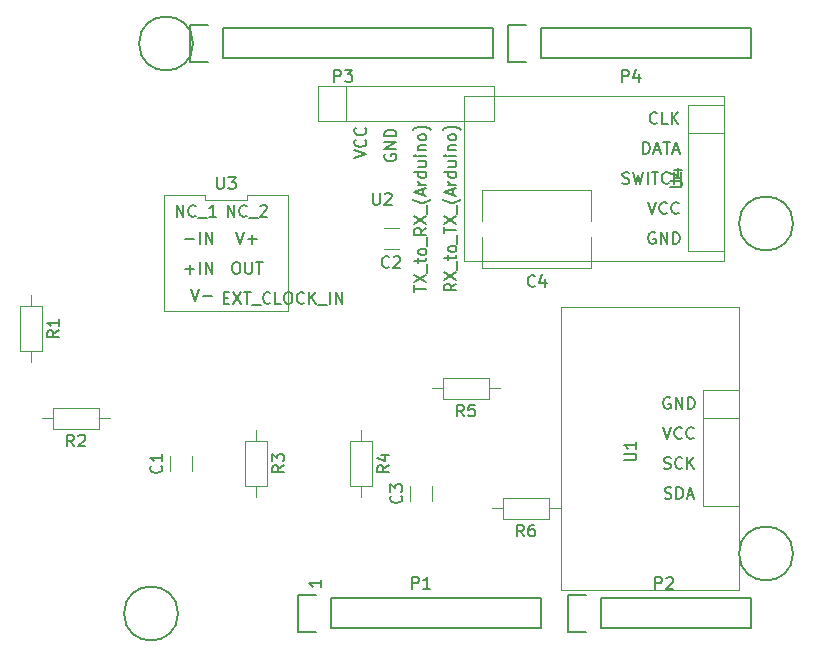
<source format=gbr>
%TF.GenerationSoftware,KiCad,Pcbnew,(5.1.10)-1*%
%TF.CreationDate,2022-03-18T17:30:20+01:00*%
%TF.ProjectId,Kicad_capteur_graphite,4b696361-645f-4636-9170-746575725f67,rev?*%
%TF.SameCoordinates,Original*%
%TF.FileFunction,Legend,Top*%
%TF.FilePolarity,Positive*%
%FSLAX46Y46*%
G04 Gerber Fmt 4.6, Leading zero omitted, Abs format (unit mm)*
G04 Created by KiCad (PCBNEW (5.1.10)-1) date 2022-03-18 17:30:20*
%MOMM*%
%LPD*%
G01*
G04 APERTURE LIST*
%ADD10C,0.150000*%
%ADD11C,0.120000*%
G04 APERTURE END LIST*
D10*
X139390380Y-120999285D02*
X139390380Y-121570714D01*
X139390380Y-121285000D02*
X138390380Y-121285000D01*
X138533238Y-121380238D01*
X138628476Y-121475476D01*
X138676095Y-121570714D01*
D11*
%TO.C,C4*%
X153028000Y-90600000D02*
X153028000Y-87945000D01*
X153028000Y-94585000D02*
X153028000Y-91930000D01*
X162268000Y-90600000D02*
X162268000Y-87945000D01*
X162268000Y-94585000D02*
X162268000Y-91930000D01*
X162268000Y-87945000D02*
X153028000Y-87945000D01*
X162268000Y-94585000D02*
X153028000Y-94585000D01*
%TO.C,C3*%
X148748000Y-114314000D02*
X148748000Y-113056000D01*
X146908000Y-114314000D02*
X146908000Y-113056000D01*
%TO.C,C2*%
X145937000Y-91155000D02*
X144679000Y-91155000D01*
X145937000Y-92995000D02*
X144679000Y-92995000D01*
%TO.C,C1*%
X128428000Y-111774000D02*
X128428000Y-110516000D01*
X126588000Y-111774000D02*
X126588000Y-110516000D01*
%TO.C,U4*%
X151458000Y-79995000D02*
X151458000Y-93995000D01*
X173458000Y-93995000D02*
X151458000Y-93995000D01*
X173458000Y-79995000D02*
X151458000Y-79995000D01*
X173458000Y-79995000D02*
X173458000Y-93995000D01*
X173458000Y-80815000D02*
X173458000Y-93175000D01*
X173458000Y-93175000D02*
X170458000Y-93175000D01*
X170458000Y-93175000D02*
X170458000Y-80815000D01*
X170458000Y-80815000D02*
X173458000Y-80815000D01*
X173458000Y-83185000D02*
X170458000Y-83185000D01*
%TO.C,U3*%
X126058000Y-88435000D02*
X126058000Y-98255000D01*
X126058000Y-98255000D02*
X136578000Y-98255000D01*
X136578000Y-98255000D02*
X136578000Y-88435000D01*
X136578000Y-88435000D02*
X133071333Y-88435000D01*
X133071333Y-88435000D02*
X133071333Y-88795000D01*
X133071333Y-88795000D02*
X129564667Y-88795000D01*
X129564667Y-88795000D02*
X129564667Y-88435000D01*
X129564667Y-88435000D02*
X126058000Y-88435000D01*
%TO.C,U2*%
X141478000Y-79145000D02*
X141478000Y-82145000D01*
X139108000Y-82145000D02*
X139108000Y-79145000D01*
X154008000Y-82145000D02*
X139108000Y-82145000D01*
X154008000Y-79145000D02*
X154008000Y-82145000D01*
X139108000Y-79145000D02*
X154008000Y-79145000D01*
%TO.C,U1*%
X174728000Y-104945000D02*
X174728000Y-114765000D01*
X174728000Y-114765000D02*
X171728000Y-114765000D01*
X171728000Y-114765000D02*
X171728000Y-104945000D01*
X171728000Y-104945000D02*
X174728000Y-104945000D01*
X174728000Y-107315000D02*
X171728000Y-107315000D01*
X174728000Y-97855000D02*
X174728000Y-121855000D01*
X174728000Y-97855000D02*
X159728000Y-97855000D01*
X174728000Y-121855000D02*
X159728000Y-121855000D01*
X159728000Y-97855000D02*
X159728000Y-121855000D01*
%TO.C,R6*%
X158638000Y-115855000D02*
X158638000Y-114015000D01*
X158638000Y-114015000D02*
X154798000Y-114015000D01*
X154798000Y-114015000D02*
X154798000Y-115855000D01*
X154798000Y-115855000D02*
X158638000Y-115855000D01*
X159588000Y-114935000D02*
X158638000Y-114935000D01*
X153848000Y-114935000D02*
X154798000Y-114935000D01*
%TO.C,R5*%
X153558000Y-105695000D02*
X153558000Y-103855000D01*
X153558000Y-103855000D02*
X149718000Y-103855000D01*
X149718000Y-103855000D02*
X149718000Y-105695000D01*
X149718000Y-105695000D02*
X153558000Y-105695000D01*
X154508000Y-104775000D02*
X153558000Y-104775000D01*
X148768000Y-104775000D02*
X149718000Y-104775000D01*
%TO.C,R4*%
X143668000Y-109205000D02*
X141828000Y-109205000D01*
X141828000Y-109205000D02*
X141828000Y-113045000D01*
X141828000Y-113045000D02*
X143668000Y-113045000D01*
X143668000Y-113045000D02*
X143668000Y-109205000D01*
X142748000Y-108255000D02*
X142748000Y-109205000D01*
X142748000Y-113995000D02*
X142748000Y-113045000D01*
%TO.C,R3*%
X134778000Y-109205000D02*
X132938000Y-109205000D01*
X132938000Y-109205000D02*
X132938000Y-113045000D01*
X132938000Y-113045000D02*
X134778000Y-113045000D01*
X134778000Y-113045000D02*
X134778000Y-109205000D01*
X133858000Y-108255000D02*
X133858000Y-109205000D01*
X133858000Y-113995000D02*
X133858000Y-113045000D01*
%TO.C,R2*%
X120538000Y-108235000D02*
X120538000Y-106395000D01*
X120538000Y-106395000D02*
X116698000Y-106395000D01*
X116698000Y-106395000D02*
X116698000Y-108235000D01*
X116698000Y-108235000D02*
X120538000Y-108235000D01*
X121488000Y-107315000D02*
X120538000Y-107315000D01*
X115748000Y-107315000D02*
X116698000Y-107315000D01*
%TO.C,R1*%
X115728000Y-97775000D02*
X113888000Y-97775000D01*
X113888000Y-97775000D02*
X113888000Y-101615000D01*
X113888000Y-101615000D02*
X115728000Y-101615000D01*
X115728000Y-101615000D02*
X115728000Y-97775000D01*
X114808000Y-96825000D02*
X114808000Y-97775000D01*
X114808000Y-102565000D02*
X114808000Y-101615000D01*
D10*
%TO.C,P1*%
X137388000Y-122275000D02*
X137388000Y-125375000D01*
X138938000Y-122275000D02*
X137388000Y-122275000D01*
X140208000Y-125095000D02*
X140208000Y-122555000D01*
X137388000Y-125375000D02*
X138938000Y-125375000D01*
X157988000Y-122555000D02*
X140208000Y-122555000D01*
X157988000Y-125095000D02*
X157988000Y-122555000D01*
X140208000Y-125095000D02*
X157988000Y-125095000D01*
%TO.C,P2*%
X160248000Y-122275000D02*
X160248000Y-125375000D01*
X161798000Y-122275000D02*
X160248000Y-122275000D01*
X163068000Y-125095000D02*
X163068000Y-122555000D01*
X160248000Y-125375000D02*
X161798000Y-125375000D01*
X175768000Y-122555000D02*
X163068000Y-122555000D01*
X175768000Y-125095000D02*
X175768000Y-122555000D01*
X163068000Y-125095000D02*
X175768000Y-125095000D01*
%TO.C,P3*%
X128244000Y-74015000D02*
X128244000Y-77115000D01*
X129794000Y-74015000D02*
X128244000Y-74015000D01*
X131064000Y-76835000D02*
X131064000Y-74295000D01*
X128244000Y-77115000D02*
X129794000Y-77115000D01*
X153924000Y-74295000D02*
X131064000Y-74295000D01*
X153924000Y-76835000D02*
X153924000Y-74295000D01*
X131064000Y-76835000D02*
X153924000Y-76835000D01*
%TO.C,P4*%
X155168000Y-74015000D02*
X155168000Y-77115000D01*
X156718000Y-74015000D02*
X155168000Y-74015000D01*
X157988000Y-76835000D02*
X157988000Y-74295000D01*
X155168000Y-77115000D02*
X156718000Y-77115000D01*
X175768000Y-74295000D02*
X157988000Y-74295000D01*
X175768000Y-76835000D02*
X175768000Y-74295000D01*
X157988000Y-76835000D02*
X175768000Y-76835000D01*
%TO.C,P5*%
X127254000Y-123825000D02*
G75*
G03*
X127254000Y-123825000I-2286000J0D01*
G01*
%TO.C,P6*%
X179324000Y-118745000D02*
G75*
G03*
X179324000Y-118745000I-2286000J0D01*
G01*
%TO.C,P7*%
X128524000Y-75565000D02*
G75*
G03*
X128524000Y-75565000I-2286000J0D01*
G01*
%TO.C,P8*%
X179324000Y-90805000D02*
G75*
G03*
X179324000Y-90805000I-2286000J0D01*
G01*
%TO.C,C4*%
X157481333Y-96072142D02*
X157433714Y-96119761D01*
X157290857Y-96167380D01*
X157195619Y-96167380D01*
X157052761Y-96119761D01*
X156957523Y-96024523D01*
X156909904Y-95929285D01*
X156862285Y-95738809D01*
X156862285Y-95595952D01*
X156909904Y-95405476D01*
X156957523Y-95310238D01*
X157052761Y-95215000D01*
X157195619Y-95167380D01*
X157290857Y-95167380D01*
X157433714Y-95215000D01*
X157481333Y-95262619D01*
X158338476Y-95500714D02*
X158338476Y-96167380D01*
X158100380Y-95119761D02*
X157862285Y-95834047D01*
X158481333Y-95834047D01*
%TO.C,C3*%
X146135142Y-113851666D02*
X146182761Y-113899285D01*
X146230380Y-114042142D01*
X146230380Y-114137380D01*
X146182761Y-114280238D01*
X146087523Y-114375476D01*
X145992285Y-114423095D01*
X145801809Y-114470714D01*
X145658952Y-114470714D01*
X145468476Y-114423095D01*
X145373238Y-114375476D01*
X145278000Y-114280238D01*
X145230380Y-114137380D01*
X145230380Y-114042142D01*
X145278000Y-113899285D01*
X145325619Y-113851666D01*
X145230380Y-113518333D02*
X145230380Y-112899285D01*
X145611333Y-113232619D01*
X145611333Y-113089761D01*
X145658952Y-112994523D01*
X145706571Y-112946904D01*
X145801809Y-112899285D01*
X146039904Y-112899285D01*
X146135142Y-112946904D01*
X146182761Y-112994523D01*
X146230380Y-113089761D01*
X146230380Y-113375476D01*
X146182761Y-113470714D01*
X146135142Y-113518333D01*
%TO.C,C2*%
X145141333Y-94482142D02*
X145093714Y-94529761D01*
X144950857Y-94577380D01*
X144855619Y-94577380D01*
X144712761Y-94529761D01*
X144617523Y-94434523D01*
X144569904Y-94339285D01*
X144522285Y-94148809D01*
X144522285Y-94005952D01*
X144569904Y-93815476D01*
X144617523Y-93720238D01*
X144712761Y-93625000D01*
X144855619Y-93577380D01*
X144950857Y-93577380D01*
X145093714Y-93625000D01*
X145141333Y-93672619D01*
X145522285Y-93672619D02*
X145569904Y-93625000D01*
X145665142Y-93577380D01*
X145903238Y-93577380D01*
X145998476Y-93625000D01*
X146046095Y-93672619D01*
X146093714Y-93767857D01*
X146093714Y-93863095D01*
X146046095Y-94005952D01*
X145474666Y-94577380D01*
X146093714Y-94577380D01*
%TO.C,C1*%
X125815142Y-111311666D02*
X125862761Y-111359285D01*
X125910380Y-111502142D01*
X125910380Y-111597380D01*
X125862761Y-111740238D01*
X125767523Y-111835476D01*
X125672285Y-111883095D01*
X125481809Y-111930714D01*
X125338952Y-111930714D01*
X125148476Y-111883095D01*
X125053238Y-111835476D01*
X124958000Y-111740238D01*
X124910380Y-111597380D01*
X124910380Y-111502142D01*
X124958000Y-111359285D01*
X125005619Y-111311666D01*
X125910380Y-110359285D02*
X125910380Y-110930714D01*
X125910380Y-110645000D02*
X124910380Y-110645000D01*
X125053238Y-110740238D01*
X125148476Y-110835476D01*
X125196095Y-110930714D01*
%TO.C,U4*%
X168910380Y-87756904D02*
X169719904Y-87756904D01*
X169815142Y-87709285D01*
X169862761Y-87661666D01*
X169910380Y-87566428D01*
X169910380Y-87375952D01*
X169862761Y-87280714D01*
X169815142Y-87233095D01*
X169719904Y-87185476D01*
X168910380Y-87185476D01*
X169243714Y-86280714D02*
X169910380Y-86280714D01*
X168862761Y-86518809D02*
X169577047Y-86756904D01*
X169577047Y-86137857D01*
X167640095Y-91575000D02*
X167544857Y-91527380D01*
X167402000Y-91527380D01*
X167259142Y-91575000D01*
X167163904Y-91670238D01*
X167116285Y-91765476D01*
X167068666Y-91955952D01*
X167068666Y-92098809D01*
X167116285Y-92289285D01*
X167163904Y-92384523D01*
X167259142Y-92479761D01*
X167402000Y-92527380D01*
X167497238Y-92527380D01*
X167640095Y-92479761D01*
X167687714Y-92432142D01*
X167687714Y-92098809D01*
X167497238Y-92098809D01*
X168116285Y-92527380D02*
X168116285Y-91527380D01*
X168687714Y-92527380D01*
X168687714Y-91527380D01*
X169163904Y-92527380D02*
X169163904Y-91527380D01*
X169402000Y-91527380D01*
X169544857Y-91575000D01*
X169640095Y-91670238D01*
X169687714Y-91765476D01*
X169735333Y-91955952D01*
X169735333Y-92098809D01*
X169687714Y-92289285D01*
X169640095Y-92384523D01*
X169544857Y-92479761D01*
X169402000Y-92527380D01*
X169163904Y-92527380D01*
X167068666Y-88987380D02*
X167402000Y-89987380D01*
X167735333Y-88987380D01*
X168640095Y-89892142D02*
X168592476Y-89939761D01*
X168449619Y-89987380D01*
X168354380Y-89987380D01*
X168211523Y-89939761D01*
X168116285Y-89844523D01*
X168068666Y-89749285D01*
X168021047Y-89558809D01*
X168021047Y-89415952D01*
X168068666Y-89225476D01*
X168116285Y-89130238D01*
X168211523Y-89035000D01*
X168354380Y-88987380D01*
X168449619Y-88987380D01*
X168592476Y-89035000D01*
X168640095Y-89082619D01*
X169640095Y-89892142D02*
X169592476Y-89939761D01*
X169449619Y-89987380D01*
X169354380Y-89987380D01*
X169211523Y-89939761D01*
X169116285Y-89844523D01*
X169068666Y-89749285D01*
X169021047Y-89558809D01*
X169021047Y-89415952D01*
X169068666Y-89225476D01*
X169116285Y-89130238D01*
X169211523Y-89035000D01*
X169354380Y-88987380D01*
X169449619Y-88987380D01*
X169592476Y-89035000D01*
X169640095Y-89082619D01*
X164886000Y-87399761D02*
X165028857Y-87447380D01*
X165266952Y-87447380D01*
X165362190Y-87399761D01*
X165409809Y-87352142D01*
X165457428Y-87256904D01*
X165457428Y-87161666D01*
X165409809Y-87066428D01*
X165362190Y-87018809D01*
X165266952Y-86971190D01*
X165076476Y-86923571D01*
X164981238Y-86875952D01*
X164933619Y-86828333D01*
X164886000Y-86733095D01*
X164886000Y-86637857D01*
X164933619Y-86542619D01*
X164981238Y-86495000D01*
X165076476Y-86447380D01*
X165314571Y-86447380D01*
X165457428Y-86495000D01*
X165790761Y-86447380D02*
X166028857Y-87447380D01*
X166219333Y-86733095D01*
X166409809Y-87447380D01*
X166647904Y-86447380D01*
X167028857Y-87447380D02*
X167028857Y-86447380D01*
X167362190Y-86447380D02*
X167933619Y-86447380D01*
X167647904Y-87447380D02*
X167647904Y-86447380D01*
X168838380Y-87352142D02*
X168790761Y-87399761D01*
X168647904Y-87447380D01*
X168552666Y-87447380D01*
X168409809Y-87399761D01*
X168314571Y-87304523D01*
X168266952Y-87209285D01*
X168219333Y-87018809D01*
X168219333Y-86875952D01*
X168266952Y-86685476D01*
X168314571Y-86590238D01*
X168409809Y-86495000D01*
X168552666Y-86447380D01*
X168647904Y-86447380D01*
X168790761Y-86495000D01*
X168838380Y-86542619D01*
X169266952Y-87447380D02*
X169266952Y-86447380D01*
X169266952Y-86923571D02*
X169838380Y-86923571D01*
X169838380Y-87447380D02*
X169838380Y-86447380D01*
X166648000Y-84907380D02*
X166648000Y-83907380D01*
X166886095Y-83907380D01*
X167028952Y-83955000D01*
X167124190Y-84050238D01*
X167171809Y-84145476D01*
X167219428Y-84335952D01*
X167219428Y-84478809D01*
X167171809Y-84669285D01*
X167124190Y-84764523D01*
X167028952Y-84859761D01*
X166886095Y-84907380D01*
X166648000Y-84907380D01*
X167600380Y-84621666D02*
X168076571Y-84621666D01*
X167505142Y-84907380D02*
X167838476Y-83907380D01*
X168171809Y-84907380D01*
X168362285Y-83907380D02*
X168933714Y-83907380D01*
X168648000Y-84907380D02*
X168648000Y-83907380D01*
X169219428Y-84621666D02*
X169695619Y-84621666D01*
X169124190Y-84907380D02*
X169457523Y-83907380D01*
X169790857Y-84907380D01*
X167806761Y-82272142D02*
X167759142Y-82319761D01*
X167616285Y-82367380D01*
X167521047Y-82367380D01*
X167378190Y-82319761D01*
X167282952Y-82224523D01*
X167235333Y-82129285D01*
X167187714Y-81938809D01*
X167187714Y-81795952D01*
X167235333Y-81605476D01*
X167282952Y-81510238D01*
X167378190Y-81415000D01*
X167521047Y-81367380D01*
X167616285Y-81367380D01*
X167759142Y-81415000D01*
X167806761Y-81462619D01*
X168711523Y-82367380D02*
X168235333Y-82367380D01*
X168235333Y-81367380D01*
X169044857Y-82367380D02*
X169044857Y-81367380D01*
X169616285Y-82367380D02*
X169187714Y-81795952D01*
X169616285Y-81367380D02*
X169044857Y-81938809D01*
%TO.C,U3*%
X130556095Y-86887380D02*
X130556095Y-87696904D01*
X130603714Y-87792142D01*
X130651333Y-87839761D01*
X130746571Y-87887380D01*
X130937047Y-87887380D01*
X131032285Y-87839761D01*
X131079904Y-87792142D01*
X131127523Y-87696904D01*
X131127523Y-86887380D01*
X131508476Y-86887380D02*
X132127523Y-86887380D01*
X131794190Y-87268333D01*
X131937047Y-87268333D01*
X132032285Y-87315952D01*
X132079904Y-87363571D01*
X132127523Y-87458809D01*
X132127523Y-87696904D01*
X132079904Y-87792142D01*
X132032285Y-87839761D01*
X131937047Y-87887380D01*
X131651333Y-87887380D01*
X131556095Y-87839761D01*
X131508476Y-87792142D01*
X131120190Y-97083571D02*
X131453523Y-97083571D01*
X131596380Y-97607380D02*
X131120190Y-97607380D01*
X131120190Y-96607380D01*
X131596380Y-96607380D01*
X131929714Y-96607380D02*
X132596380Y-97607380D01*
X132596380Y-96607380D02*
X131929714Y-97607380D01*
X132834476Y-96607380D02*
X133405904Y-96607380D01*
X133120190Y-97607380D02*
X133120190Y-96607380D01*
X133501142Y-97702619D02*
X134263047Y-97702619D01*
X135072571Y-97512142D02*
X135024952Y-97559761D01*
X134882095Y-97607380D01*
X134786857Y-97607380D01*
X134644000Y-97559761D01*
X134548761Y-97464523D01*
X134501142Y-97369285D01*
X134453523Y-97178809D01*
X134453523Y-97035952D01*
X134501142Y-96845476D01*
X134548761Y-96750238D01*
X134644000Y-96655000D01*
X134786857Y-96607380D01*
X134882095Y-96607380D01*
X135024952Y-96655000D01*
X135072571Y-96702619D01*
X135977333Y-97607380D02*
X135501142Y-97607380D01*
X135501142Y-96607380D01*
X136501142Y-96607380D02*
X136691619Y-96607380D01*
X136786857Y-96655000D01*
X136882095Y-96750238D01*
X136929714Y-96940714D01*
X136929714Y-97274047D01*
X136882095Y-97464523D01*
X136786857Y-97559761D01*
X136691619Y-97607380D01*
X136501142Y-97607380D01*
X136405904Y-97559761D01*
X136310666Y-97464523D01*
X136263047Y-97274047D01*
X136263047Y-96940714D01*
X136310666Y-96750238D01*
X136405904Y-96655000D01*
X136501142Y-96607380D01*
X137929714Y-97512142D02*
X137882095Y-97559761D01*
X137739238Y-97607380D01*
X137644000Y-97607380D01*
X137501142Y-97559761D01*
X137405904Y-97464523D01*
X137358285Y-97369285D01*
X137310666Y-97178809D01*
X137310666Y-97035952D01*
X137358285Y-96845476D01*
X137405904Y-96750238D01*
X137501142Y-96655000D01*
X137644000Y-96607380D01*
X137739238Y-96607380D01*
X137882095Y-96655000D01*
X137929714Y-96702619D01*
X138358285Y-97607380D02*
X138358285Y-96607380D01*
X138929714Y-97607380D02*
X138501142Y-97035952D01*
X138929714Y-96607380D02*
X138358285Y-97178809D01*
X139120190Y-97702619D02*
X139882095Y-97702619D01*
X140120190Y-97607380D02*
X140120190Y-96607380D01*
X140596380Y-97607380D02*
X140596380Y-96607380D01*
X141167809Y-97607380D01*
X141167809Y-96607380D01*
X132096000Y-94067380D02*
X132286476Y-94067380D01*
X132381714Y-94115000D01*
X132476952Y-94210238D01*
X132524571Y-94400714D01*
X132524571Y-94734047D01*
X132476952Y-94924523D01*
X132381714Y-95019761D01*
X132286476Y-95067380D01*
X132096000Y-95067380D01*
X132000761Y-95019761D01*
X131905523Y-94924523D01*
X131857904Y-94734047D01*
X131857904Y-94400714D01*
X131905523Y-94210238D01*
X132000761Y-94115000D01*
X132096000Y-94067380D01*
X132953142Y-94067380D02*
X132953142Y-94876904D01*
X133000761Y-94972142D01*
X133048380Y-95019761D01*
X133143619Y-95067380D01*
X133334095Y-95067380D01*
X133429333Y-95019761D01*
X133476952Y-94972142D01*
X133524571Y-94876904D01*
X133524571Y-94067380D01*
X133857904Y-94067380D02*
X134429333Y-94067380D01*
X134143619Y-95067380D02*
X134143619Y-94067380D01*
X132143619Y-91527380D02*
X132476952Y-92527380D01*
X132810285Y-91527380D01*
X133143619Y-92146428D02*
X133905523Y-92146428D01*
X133524571Y-92527380D02*
X133524571Y-91765476D01*
X131453142Y-90241380D02*
X131453142Y-89241380D01*
X132024571Y-90241380D01*
X132024571Y-89241380D01*
X133072190Y-90146142D02*
X133024571Y-90193761D01*
X132881714Y-90241380D01*
X132786476Y-90241380D01*
X132643619Y-90193761D01*
X132548380Y-90098523D01*
X132500761Y-90003285D01*
X132453142Y-89812809D01*
X132453142Y-89669952D01*
X132500761Y-89479476D01*
X132548380Y-89384238D01*
X132643619Y-89289000D01*
X132786476Y-89241380D01*
X132881714Y-89241380D01*
X133024571Y-89289000D01*
X133072190Y-89336619D01*
X133262666Y-90336619D02*
X134024571Y-90336619D01*
X134215047Y-89336619D02*
X134262666Y-89289000D01*
X134357904Y-89241380D01*
X134596000Y-89241380D01*
X134691238Y-89289000D01*
X134738857Y-89336619D01*
X134786476Y-89431857D01*
X134786476Y-89527095D01*
X134738857Y-89669952D01*
X134167428Y-90241380D01*
X134786476Y-90241380D01*
X128333619Y-96353380D02*
X128666952Y-97353380D01*
X129000285Y-96353380D01*
X129333619Y-96972428D02*
X130095523Y-96972428D01*
X127889142Y-94686428D02*
X128651047Y-94686428D01*
X128270095Y-95067380D02*
X128270095Y-94305476D01*
X129127238Y-95067380D02*
X129127238Y-94067380D01*
X129603428Y-95067380D02*
X129603428Y-94067380D01*
X130174857Y-95067380D01*
X130174857Y-94067380D01*
X127889142Y-92146428D02*
X128651047Y-92146428D01*
X129127238Y-92527380D02*
X129127238Y-91527380D01*
X129603428Y-92527380D02*
X129603428Y-91527380D01*
X130174857Y-92527380D01*
X130174857Y-91527380D01*
X127135142Y-90241380D02*
X127135142Y-89241380D01*
X127706571Y-90241380D01*
X127706571Y-89241380D01*
X128754190Y-90146142D02*
X128706571Y-90193761D01*
X128563714Y-90241380D01*
X128468476Y-90241380D01*
X128325619Y-90193761D01*
X128230380Y-90098523D01*
X128182761Y-90003285D01*
X128135142Y-89812809D01*
X128135142Y-89669952D01*
X128182761Y-89479476D01*
X128230380Y-89384238D01*
X128325619Y-89289000D01*
X128468476Y-89241380D01*
X128563714Y-89241380D01*
X128706571Y-89289000D01*
X128754190Y-89336619D01*
X128944666Y-90336619D02*
X129706571Y-90336619D01*
X130468476Y-90241380D02*
X129897047Y-90241380D01*
X130182761Y-90241380D02*
X130182761Y-89241380D01*
X130087523Y-89384238D01*
X129992285Y-89479476D01*
X129897047Y-89527095D01*
%TO.C,U2*%
X143764095Y-88225380D02*
X143764095Y-89034904D01*
X143811714Y-89130142D01*
X143859333Y-89177761D01*
X143954571Y-89225380D01*
X144145047Y-89225380D01*
X144240285Y-89177761D01*
X144287904Y-89130142D01*
X144335523Y-89034904D01*
X144335523Y-88225380D01*
X144764095Y-88320619D02*
X144811714Y-88273000D01*
X144906952Y-88225380D01*
X145145047Y-88225380D01*
X145240285Y-88273000D01*
X145287904Y-88320619D01*
X145335523Y-88415857D01*
X145335523Y-88511095D01*
X145287904Y-88653952D01*
X144716476Y-89225380D01*
X145335523Y-89225380D01*
X150820380Y-95892142D02*
X150344190Y-96225476D01*
X150820380Y-96463571D02*
X149820380Y-96463571D01*
X149820380Y-96082619D01*
X149868000Y-95987380D01*
X149915619Y-95939761D01*
X150010857Y-95892142D01*
X150153714Y-95892142D01*
X150248952Y-95939761D01*
X150296571Y-95987380D01*
X150344190Y-96082619D01*
X150344190Y-96463571D01*
X149820380Y-95558809D02*
X150820380Y-94892142D01*
X149820380Y-94892142D02*
X150820380Y-95558809D01*
X150915619Y-94749285D02*
X150915619Y-93987380D01*
X150153714Y-93892142D02*
X150153714Y-93511190D01*
X149820380Y-93749285D02*
X150677523Y-93749285D01*
X150772761Y-93701666D01*
X150820380Y-93606428D01*
X150820380Y-93511190D01*
X150820380Y-93035000D02*
X150772761Y-93130238D01*
X150725142Y-93177857D01*
X150629904Y-93225476D01*
X150344190Y-93225476D01*
X150248952Y-93177857D01*
X150201333Y-93130238D01*
X150153714Y-93035000D01*
X150153714Y-92892142D01*
X150201333Y-92796904D01*
X150248952Y-92749285D01*
X150344190Y-92701666D01*
X150629904Y-92701666D01*
X150725142Y-92749285D01*
X150772761Y-92796904D01*
X150820380Y-92892142D01*
X150820380Y-93035000D01*
X150915619Y-92511190D02*
X150915619Y-91749285D01*
X149820380Y-91654047D02*
X149820380Y-91082619D01*
X150820380Y-91368333D02*
X149820380Y-91368333D01*
X149820380Y-90844523D02*
X150820380Y-90177857D01*
X149820380Y-90177857D02*
X150820380Y-90844523D01*
X150915619Y-90035000D02*
X150915619Y-89273095D01*
X151201333Y-88749285D02*
X151153714Y-88796904D01*
X151010857Y-88892142D01*
X150915619Y-88939761D01*
X150772761Y-88987380D01*
X150534666Y-89035000D01*
X150344190Y-89035000D01*
X150106095Y-88987380D01*
X149963238Y-88939761D01*
X149868000Y-88892142D01*
X149725142Y-88796904D01*
X149677523Y-88749285D01*
X150534666Y-88415952D02*
X150534666Y-87939761D01*
X150820380Y-88511190D02*
X149820380Y-88177857D01*
X150820380Y-87844523D01*
X150820380Y-87511190D02*
X150153714Y-87511190D01*
X150344190Y-87511190D02*
X150248952Y-87463571D01*
X150201333Y-87415952D01*
X150153714Y-87320714D01*
X150153714Y-87225476D01*
X150820380Y-86463571D02*
X149820380Y-86463571D01*
X150772761Y-86463571D02*
X150820380Y-86558809D01*
X150820380Y-86749285D01*
X150772761Y-86844523D01*
X150725142Y-86892142D01*
X150629904Y-86939761D01*
X150344190Y-86939761D01*
X150248952Y-86892142D01*
X150201333Y-86844523D01*
X150153714Y-86749285D01*
X150153714Y-86558809D01*
X150201333Y-86463571D01*
X150153714Y-85558809D02*
X150820380Y-85558809D01*
X150153714Y-85987380D02*
X150677523Y-85987380D01*
X150772761Y-85939761D01*
X150820380Y-85844523D01*
X150820380Y-85701666D01*
X150772761Y-85606428D01*
X150725142Y-85558809D01*
X150820380Y-85082619D02*
X150153714Y-85082619D01*
X149820380Y-85082619D02*
X149868000Y-85130238D01*
X149915619Y-85082619D01*
X149868000Y-85035000D01*
X149820380Y-85082619D01*
X149915619Y-85082619D01*
X150153714Y-84606428D02*
X150820380Y-84606428D01*
X150248952Y-84606428D02*
X150201333Y-84558809D01*
X150153714Y-84463571D01*
X150153714Y-84320714D01*
X150201333Y-84225476D01*
X150296571Y-84177857D01*
X150820380Y-84177857D01*
X150820380Y-83558809D02*
X150772761Y-83654047D01*
X150725142Y-83701666D01*
X150629904Y-83749285D01*
X150344190Y-83749285D01*
X150248952Y-83701666D01*
X150201333Y-83654047D01*
X150153714Y-83558809D01*
X150153714Y-83415952D01*
X150201333Y-83320714D01*
X150248952Y-83273095D01*
X150344190Y-83225476D01*
X150629904Y-83225476D01*
X150725142Y-83273095D01*
X150772761Y-83320714D01*
X150820380Y-83415952D01*
X150820380Y-83558809D01*
X151201333Y-82892142D02*
X151153714Y-82844523D01*
X151010857Y-82749285D01*
X150915619Y-82701666D01*
X150772761Y-82654047D01*
X150534666Y-82606428D01*
X150344190Y-82606428D01*
X150106095Y-82654047D01*
X149963238Y-82701666D01*
X149868000Y-82749285D01*
X149725142Y-82844523D01*
X149677523Y-82892142D01*
X147280380Y-96606428D02*
X147280380Y-96035000D01*
X148280380Y-96320714D02*
X147280380Y-96320714D01*
X147280380Y-95796904D02*
X148280380Y-95130238D01*
X147280380Y-95130238D02*
X148280380Y-95796904D01*
X148375619Y-94987380D02*
X148375619Y-94225476D01*
X147613714Y-94130238D02*
X147613714Y-93749285D01*
X147280380Y-93987380D02*
X148137523Y-93987380D01*
X148232761Y-93939761D01*
X148280380Y-93844523D01*
X148280380Y-93749285D01*
X148280380Y-93273095D02*
X148232761Y-93368333D01*
X148185142Y-93415952D01*
X148089904Y-93463571D01*
X147804190Y-93463571D01*
X147708952Y-93415952D01*
X147661333Y-93368333D01*
X147613714Y-93273095D01*
X147613714Y-93130238D01*
X147661333Y-93035000D01*
X147708952Y-92987380D01*
X147804190Y-92939761D01*
X148089904Y-92939761D01*
X148185142Y-92987380D01*
X148232761Y-93035000D01*
X148280380Y-93130238D01*
X148280380Y-93273095D01*
X148375619Y-92749285D02*
X148375619Y-91987380D01*
X148280380Y-91177857D02*
X147804190Y-91511190D01*
X148280380Y-91749285D02*
X147280380Y-91749285D01*
X147280380Y-91368333D01*
X147328000Y-91273095D01*
X147375619Y-91225476D01*
X147470857Y-91177857D01*
X147613714Y-91177857D01*
X147708952Y-91225476D01*
X147756571Y-91273095D01*
X147804190Y-91368333D01*
X147804190Y-91749285D01*
X147280380Y-90844523D02*
X148280380Y-90177857D01*
X147280380Y-90177857D02*
X148280380Y-90844523D01*
X148375619Y-90035000D02*
X148375619Y-89273095D01*
X148661333Y-88749285D02*
X148613714Y-88796904D01*
X148470857Y-88892142D01*
X148375619Y-88939761D01*
X148232761Y-88987380D01*
X147994666Y-89035000D01*
X147804190Y-89035000D01*
X147566095Y-88987380D01*
X147423238Y-88939761D01*
X147328000Y-88892142D01*
X147185142Y-88796904D01*
X147137523Y-88749285D01*
X147994666Y-88415952D02*
X147994666Y-87939761D01*
X148280380Y-88511190D02*
X147280380Y-88177857D01*
X148280380Y-87844523D01*
X148280380Y-87511190D02*
X147613714Y-87511190D01*
X147804190Y-87511190D02*
X147708952Y-87463571D01*
X147661333Y-87415952D01*
X147613714Y-87320714D01*
X147613714Y-87225476D01*
X148280380Y-86463571D02*
X147280380Y-86463571D01*
X148232761Y-86463571D02*
X148280380Y-86558809D01*
X148280380Y-86749285D01*
X148232761Y-86844523D01*
X148185142Y-86892142D01*
X148089904Y-86939761D01*
X147804190Y-86939761D01*
X147708952Y-86892142D01*
X147661333Y-86844523D01*
X147613714Y-86749285D01*
X147613714Y-86558809D01*
X147661333Y-86463571D01*
X147613714Y-85558809D02*
X148280380Y-85558809D01*
X147613714Y-85987380D02*
X148137523Y-85987380D01*
X148232761Y-85939761D01*
X148280380Y-85844523D01*
X148280380Y-85701666D01*
X148232761Y-85606428D01*
X148185142Y-85558809D01*
X148280380Y-85082619D02*
X147613714Y-85082619D01*
X147280380Y-85082619D02*
X147328000Y-85130238D01*
X147375619Y-85082619D01*
X147328000Y-85035000D01*
X147280380Y-85082619D01*
X147375619Y-85082619D01*
X147613714Y-84606428D02*
X148280380Y-84606428D01*
X147708952Y-84606428D02*
X147661333Y-84558809D01*
X147613714Y-84463571D01*
X147613714Y-84320714D01*
X147661333Y-84225476D01*
X147756571Y-84177857D01*
X148280380Y-84177857D01*
X148280380Y-83558809D02*
X148232761Y-83654047D01*
X148185142Y-83701666D01*
X148089904Y-83749285D01*
X147804190Y-83749285D01*
X147708952Y-83701666D01*
X147661333Y-83654047D01*
X147613714Y-83558809D01*
X147613714Y-83415952D01*
X147661333Y-83320714D01*
X147708952Y-83273095D01*
X147804190Y-83225476D01*
X148089904Y-83225476D01*
X148185142Y-83273095D01*
X148232761Y-83320714D01*
X148280380Y-83415952D01*
X148280380Y-83558809D01*
X148661333Y-82892142D02*
X148613714Y-82844523D01*
X148470857Y-82749285D01*
X148375619Y-82701666D01*
X148232761Y-82654047D01*
X147994666Y-82606428D01*
X147804190Y-82606428D01*
X147566095Y-82654047D01*
X147423238Y-82701666D01*
X147328000Y-82749285D01*
X147185142Y-82844523D01*
X147137523Y-82892142D01*
X144788000Y-84962904D02*
X144740380Y-85058142D01*
X144740380Y-85201000D01*
X144788000Y-85343857D01*
X144883238Y-85439095D01*
X144978476Y-85486714D01*
X145168952Y-85534333D01*
X145311809Y-85534333D01*
X145502285Y-85486714D01*
X145597523Y-85439095D01*
X145692761Y-85343857D01*
X145740380Y-85201000D01*
X145740380Y-85105761D01*
X145692761Y-84962904D01*
X145645142Y-84915285D01*
X145311809Y-84915285D01*
X145311809Y-85105761D01*
X145740380Y-84486714D02*
X144740380Y-84486714D01*
X145740380Y-83915285D01*
X144740380Y-83915285D01*
X145740380Y-83439095D02*
X144740380Y-83439095D01*
X144740380Y-83201000D01*
X144788000Y-83058142D01*
X144883238Y-82962904D01*
X144978476Y-82915285D01*
X145168952Y-82867666D01*
X145311809Y-82867666D01*
X145502285Y-82915285D01*
X145597523Y-82962904D01*
X145692761Y-83058142D01*
X145740380Y-83201000D01*
X145740380Y-83439095D01*
X142200380Y-85280333D02*
X143200380Y-84947000D01*
X142200380Y-84613666D01*
X143105142Y-83708904D02*
X143152761Y-83756523D01*
X143200380Y-83899380D01*
X143200380Y-83994619D01*
X143152761Y-84137476D01*
X143057523Y-84232714D01*
X142962285Y-84280333D01*
X142771809Y-84327952D01*
X142628952Y-84327952D01*
X142438476Y-84280333D01*
X142343238Y-84232714D01*
X142248000Y-84137476D01*
X142200380Y-83994619D01*
X142200380Y-83899380D01*
X142248000Y-83756523D01*
X142295619Y-83708904D01*
X143105142Y-82708904D02*
X143152761Y-82756523D01*
X143200380Y-82899380D01*
X143200380Y-82994619D01*
X143152761Y-83137476D01*
X143057523Y-83232714D01*
X142962285Y-83280333D01*
X142771809Y-83327952D01*
X142628952Y-83327952D01*
X142438476Y-83280333D01*
X142343238Y-83232714D01*
X142248000Y-83137476D01*
X142200380Y-82994619D01*
X142200380Y-82899380D01*
X142248000Y-82756523D01*
X142295619Y-82708904D01*
%TO.C,U1*%
X165060380Y-110870904D02*
X165869904Y-110870904D01*
X165965142Y-110823285D01*
X166012761Y-110775666D01*
X166060380Y-110680428D01*
X166060380Y-110489952D01*
X166012761Y-110394714D01*
X165965142Y-110347095D01*
X165869904Y-110299476D01*
X165060380Y-110299476D01*
X166060380Y-109299476D02*
X166060380Y-109870904D01*
X166060380Y-109585190D02*
X165060380Y-109585190D01*
X165203238Y-109680428D01*
X165298476Y-109775666D01*
X165346095Y-109870904D01*
X168910095Y-105545000D02*
X168814857Y-105497380D01*
X168672000Y-105497380D01*
X168529142Y-105545000D01*
X168433904Y-105640238D01*
X168386285Y-105735476D01*
X168338666Y-105925952D01*
X168338666Y-106068809D01*
X168386285Y-106259285D01*
X168433904Y-106354523D01*
X168529142Y-106449761D01*
X168672000Y-106497380D01*
X168767238Y-106497380D01*
X168910095Y-106449761D01*
X168957714Y-106402142D01*
X168957714Y-106068809D01*
X168767238Y-106068809D01*
X169386285Y-106497380D02*
X169386285Y-105497380D01*
X169957714Y-106497380D01*
X169957714Y-105497380D01*
X170433904Y-106497380D02*
X170433904Y-105497380D01*
X170672000Y-105497380D01*
X170814857Y-105545000D01*
X170910095Y-105640238D01*
X170957714Y-105735476D01*
X171005333Y-105925952D01*
X171005333Y-106068809D01*
X170957714Y-106259285D01*
X170910095Y-106354523D01*
X170814857Y-106449761D01*
X170672000Y-106497380D01*
X170433904Y-106497380D01*
X168338666Y-108037380D02*
X168672000Y-109037380D01*
X169005333Y-108037380D01*
X169910095Y-108942142D02*
X169862476Y-108989761D01*
X169719619Y-109037380D01*
X169624380Y-109037380D01*
X169481523Y-108989761D01*
X169386285Y-108894523D01*
X169338666Y-108799285D01*
X169291047Y-108608809D01*
X169291047Y-108465952D01*
X169338666Y-108275476D01*
X169386285Y-108180238D01*
X169481523Y-108085000D01*
X169624380Y-108037380D01*
X169719619Y-108037380D01*
X169862476Y-108085000D01*
X169910095Y-108132619D01*
X170910095Y-108942142D02*
X170862476Y-108989761D01*
X170719619Y-109037380D01*
X170624380Y-109037380D01*
X170481523Y-108989761D01*
X170386285Y-108894523D01*
X170338666Y-108799285D01*
X170291047Y-108608809D01*
X170291047Y-108465952D01*
X170338666Y-108275476D01*
X170386285Y-108180238D01*
X170481523Y-108085000D01*
X170624380Y-108037380D01*
X170719619Y-108037380D01*
X170862476Y-108085000D01*
X170910095Y-108132619D01*
X168386285Y-111529761D02*
X168529142Y-111577380D01*
X168767238Y-111577380D01*
X168862476Y-111529761D01*
X168910095Y-111482142D01*
X168957714Y-111386904D01*
X168957714Y-111291666D01*
X168910095Y-111196428D01*
X168862476Y-111148809D01*
X168767238Y-111101190D01*
X168576761Y-111053571D01*
X168481523Y-111005952D01*
X168433904Y-110958333D01*
X168386285Y-110863095D01*
X168386285Y-110767857D01*
X168433904Y-110672619D01*
X168481523Y-110625000D01*
X168576761Y-110577380D01*
X168814857Y-110577380D01*
X168957714Y-110625000D01*
X169957714Y-111482142D02*
X169910095Y-111529761D01*
X169767238Y-111577380D01*
X169672000Y-111577380D01*
X169529142Y-111529761D01*
X169433904Y-111434523D01*
X169386285Y-111339285D01*
X169338666Y-111148809D01*
X169338666Y-111005952D01*
X169386285Y-110815476D01*
X169433904Y-110720238D01*
X169529142Y-110625000D01*
X169672000Y-110577380D01*
X169767238Y-110577380D01*
X169910095Y-110625000D01*
X169957714Y-110672619D01*
X170386285Y-111577380D02*
X170386285Y-110577380D01*
X170957714Y-111577380D02*
X170529142Y-111005952D01*
X170957714Y-110577380D02*
X170386285Y-111148809D01*
X168457714Y-114069761D02*
X168600571Y-114117380D01*
X168838666Y-114117380D01*
X168933904Y-114069761D01*
X168981523Y-114022142D01*
X169029142Y-113926904D01*
X169029142Y-113831666D01*
X168981523Y-113736428D01*
X168933904Y-113688809D01*
X168838666Y-113641190D01*
X168648190Y-113593571D01*
X168552952Y-113545952D01*
X168505333Y-113498333D01*
X168457714Y-113403095D01*
X168457714Y-113307857D01*
X168505333Y-113212619D01*
X168552952Y-113165000D01*
X168648190Y-113117380D01*
X168886285Y-113117380D01*
X169029142Y-113165000D01*
X169457714Y-114117380D02*
X169457714Y-113117380D01*
X169695809Y-113117380D01*
X169838666Y-113165000D01*
X169933904Y-113260238D01*
X169981523Y-113355476D01*
X170029142Y-113545952D01*
X170029142Y-113688809D01*
X169981523Y-113879285D01*
X169933904Y-113974523D01*
X169838666Y-114069761D01*
X169695809Y-114117380D01*
X169457714Y-114117380D01*
X170410095Y-113831666D02*
X170886285Y-113831666D01*
X170314857Y-114117380D02*
X170648190Y-113117380D01*
X170981523Y-114117380D01*
%TO.C,R6*%
X156551333Y-117307380D02*
X156218000Y-116831190D01*
X155979904Y-117307380D02*
X155979904Y-116307380D01*
X156360857Y-116307380D01*
X156456095Y-116355000D01*
X156503714Y-116402619D01*
X156551333Y-116497857D01*
X156551333Y-116640714D01*
X156503714Y-116735952D01*
X156456095Y-116783571D01*
X156360857Y-116831190D01*
X155979904Y-116831190D01*
X157408476Y-116307380D02*
X157218000Y-116307380D01*
X157122761Y-116355000D01*
X157075142Y-116402619D01*
X156979904Y-116545476D01*
X156932285Y-116735952D01*
X156932285Y-117116904D01*
X156979904Y-117212142D01*
X157027523Y-117259761D01*
X157122761Y-117307380D01*
X157313238Y-117307380D01*
X157408476Y-117259761D01*
X157456095Y-117212142D01*
X157503714Y-117116904D01*
X157503714Y-116878809D01*
X157456095Y-116783571D01*
X157408476Y-116735952D01*
X157313238Y-116688333D01*
X157122761Y-116688333D01*
X157027523Y-116735952D01*
X156979904Y-116783571D01*
X156932285Y-116878809D01*
%TO.C,R5*%
X151471333Y-107147380D02*
X151138000Y-106671190D01*
X150899904Y-107147380D02*
X150899904Y-106147380D01*
X151280857Y-106147380D01*
X151376095Y-106195000D01*
X151423714Y-106242619D01*
X151471333Y-106337857D01*
X151471333Y-106480714D01*
X151423714Y-106575952D01*
X151376095Y-106623571D01*
X151280857Y-106671190D01*
X150899904Y-106671190D01*
X152376095Y-106147380D02*
X151899904Y-106147380D01*
X151852285Y-106623571D01*
X151899904Y-106575952D01*
X151995142Y-106528333D01*
X152233238Y-106528333D01*
X152328476Y-106575952D01*
X152376095Y-106623571D01*
X152423714Y-106718809D01*
X152423714Y-106956904D01*
X152376095Y-107052142D01*
X152328476Y-107099761D01*
X152233238Y-107147380D01*
X151995142Y-107147380D01*
X151899904Y-107099761D01*
X151852285Y-107052142D01*
%TO.C,R4*%
X145120380Y-111291666D02*
X144644190Y-111625000D01*
X145120380Y-111863095D02*
X144120380Y-111863095D01*
X144120380Y-111482142D01*
X144168000Y-111386904D01*
X144215619Y-111339285D01*
X144310857Y-111291666D01*
X144453714Y-111291666D01*
X144548952Y-111339285D01*
X144596571Y-111386904D01*
X144644190Y-111482142D01*
X144644190Y-111863095D01*
X144453714Y-110434523D02*
X145120380Y-110434523D01*
X144072761Y-110672619D02*
X144787047Y-110910714D01*
X144787047Y-110291666D01*
%TO.C,R3*%
X136230380Y-111291666D02*
X135754190Y-111625000D01*
X136230380Y-111863095D02*
X135230380Y-111863095D01*
X135230380Y-111482142D01*
X135278000Y-111386904D01*
X135325619Y-111339285D01*
X135420857Y-111291666D01*
X135563714Y-111291666D01*
X135658952Y-111339285D01*
X135706571Y-111386904D01*
X135754190Y-111482142D01*
X135754190Y-111863095D01*
X135230380Y-110958333D02*
X135230380Y-110339285D01*
X135611333Y-110672619D01*
X135611333Y-110529761D01*
X135658952Y-110434523D01*
X135706571Y-110386904D01*
X135801809Y-110339285D01*
X136039904Y-110339285D01*
X136135142Y-110386904D01*
X136182761Y-110434523D01*
X136230380Y-110529761D01*
X136230380Y-110815476D01*
X136182761Y-110910714D01*
X136135142Y-110958333D01*
%TO.C,R2*%
X118451333Y-109687380D02*
X118118000Y-109211190D01*
X117879904Y-109687380D02*
X117879904Y-108687380D01*
X118260857Y-108687380D01*
X118356095Y-108735000D01*
X118403714Y-108782619D01*
X118451333Y-108877857D01*
X118451333Y-109020714D01*
X118403714Y-109115952D01*
X118356095Y-109163571D01*
X118260857Y-109211190D01*
X117879904Y-109211190D01*
X118832285Y-108782619D02*
X118879904Y-108735000D01*
X118975142Y-108687380D01*
X119213238Y-108687380D01*
X119308476Y-108735000D01*
X119356095Y-108782619D01*
X119403714Y-108877857D01*
X119403714Y-108973095D01*
X119356095Y-109115952D01*
X118784666Y-109687380D01*
X119403714Y-109687380D01*
%TO.C,R1*%
X117180380Y-99861666D02*
X116704190Y-100195000D01*
X117180380Y-100433095D02*
X116180380Y-100433095D01*
X116180380Y-100052142D01*
X116228000Y-99956904D01*
X116275619Y-99909285D01*
X116370857Y-99861666D01*
X116513714Y-99861666D01*
X116608952Y-99909285D01*
X116656571Y-99956904D01*
X116704190Y-100052142D01*
X116704190Y-100433095D01*
X117180380Y-98909285D02*
X117180380Y-99480714D01*
X117180380Y-99195000D02*
X116180380Y-99195000D01*
X116323238Y-99290238D01*
X116418476Y-99385476D01*
X116466095Y-99480714D01*
%TO.C,P1*%
X147089904Y-121737380D02*
X147089904Y-120737380D01*
X147470857Y-120737380D01*
X147566095Y-120785000D01*
X147613714Y-120832619D01*
X147661333Y-120927857D01*
X147661333Y-121070714D01*
X147613714Y-121165952D01*
X147566095Y-121213571D01*
X147470857Y-121261190D01*
X147089904Y-121261190D01*
X148613714Y-121737380D02*
X148042285Y-121737380D01*
X148328000Y-121737380D02*
X148328000Y-120737380D01*
X148232761Y-120880238D01*
X148137523Y-120975476D01*
X148042285Y-121023095D01*
%TO.C,P2*%
X167663904Y-121737380D02*
X167663904Y-120737380D01*
X168044857Y-120737380D01*
X168140095Y-120785000D01*
X168187714Y-120832619D01*
X168235333Y-120927857D01*
X168235333Y-121070714D01*
X168187714Y-121165952D01*
X168140095Y-121213571D01*
X168044857Y-121261190D01*
X167663904Y-121261190D01*
X168616285Y-120832619D02*
X168663904Y-120785000D01*
X168759142Y-120737380D01*
X168997238Y-120737380D01*
X169092476Y-120785000D01*
X169140095Y-120832619D01*
X169187714Y-120927857D01*
X169187714Y-121023095D01*
X169140095Y-121165952D01*
X168568666Y-121737380D01*
X169187714Y-121737380D01*
%TO.C,P3*%
X140485904Y-78811380D02*
X140485904Y-77811380D01*
X140866857Y-77811380D01*
X140962095Y-77859000D01*
X141009714Y-77906619D01*
X141057333Y-78001857D01*
X141057333Y-78144714D01*
X141009714Y-78239952D01*
X140962095Y-78287571D01*
X140866857Y-78335190D01*
X140485904Y-78335190D01*
X141390666Y-77811380D02*
X142009714Y-77811380D01*
X141676380Y-78192333D01*
X141819238Y-78192333D01*
X141914476Y-78239952D01*
X141962095Y-78287571D01*
X142009714Y-78382809D01*
X142009714Y-78620904D01*
X141962095Y-78716142D01*
X141914476Y-78763761D01*
X141819238Y-78811380D01*
X141533523Y-78811380D01*
X141438285Y-78763761D01*
X141390666Y-78716142D01*
%TO.C,P4*%
X164869904Y-78811380D02*
X164869904Y-77811380D01*
X165250857Y-77811380D01*
X165346095Y-77859000D01*
X165393714Y-77906619D01*
X165441333Y-78001857D01*
X165441333Y-78144714D01*
X165393714Y-78239952D01*
X165346095Y-78287571D01*
X165250857Y-78335190D01*
X164869904Y-78335190D01*
X166298476Y-78144714D02*
X166298476Y-78811380D01*
X166060380Y-77763761D02*
X165822285Y-78478047D01*
X166441333Y-78478047D01*
%TD*%
M02*

</source>
